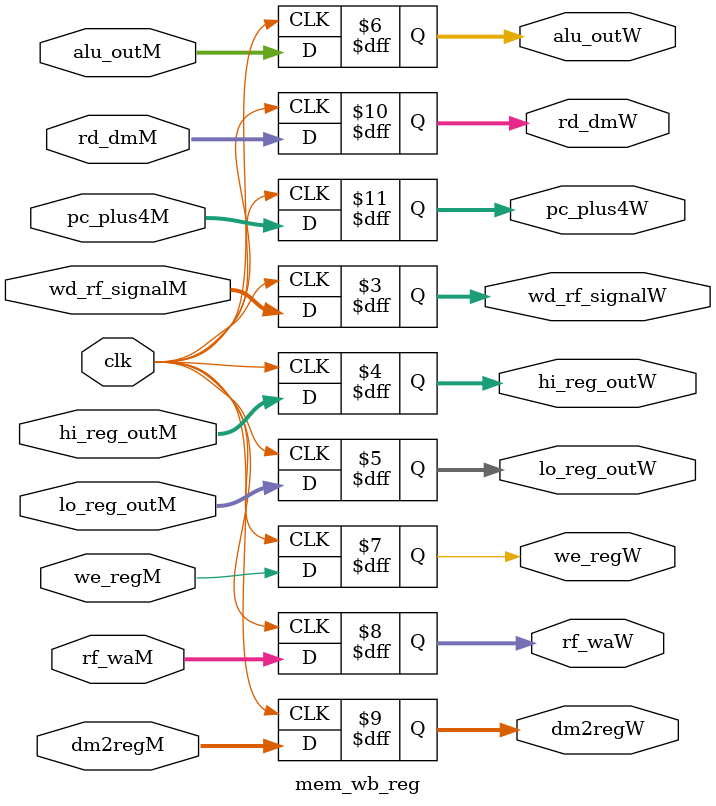
<source format=v>
`timescale 1ns / 1ps


module mem_wb_reg(
        input wire [1:0]  wd_rf_signalM,
        input wire [31:0] hi_reg_outM,
        input wire [31:0] lo_reg_outM,
        input wire [31:0] alu_outM,
        input wire        we_regM,
        input wire [4:0]  rf_waM,
        input wire [1:0]  dm2regM,
        input wire [31:0] rd_dmM,
        input wire [31:0] pc_plus4M,
        
        input wire clk,

        output reg [1:0]  wd_rf_signalW,
        output reg [31:0] hi_reg_outW,
        output reg [31:0] lo_reg_outW,
        output reg [31:0] alu_outW,
        output reg        we_regW,
        output reg [4:0]  rf_waW,
        output reg [1:0]  dm2regW,
        output reg [31:0] rd_dmW,
        output reg [31:0] pc_plus4W
    );
    
    initial begin
        wd_rf_signalW = 0;
        hi_reg_outW = 0;
        lo_reg_outW = 0;
        alu_outW = 0;
        we_regW = 0;
        rf_waW = 0;
        dm2regW = 0;
        rd_dmW = 0;
        pc_plus4W = 0;
    end

    always @(posedge clk) begin
        wd_rf_signalW <= wd_rf_signalM;
        hi_reg_outW <= hi_reg_outM;
        lo_reg_outW <= lo_reg_outM;
        alu_outW <= alu_outM;
        we_regW <= we_regM;
        rf_waW <= rf_waM;
        dm2regW <= dm2regM;
        rd_dmW <= rd_dmM;
        pc_plus4W <= pc_plus4M;
    end
    
endmodule

</source>
